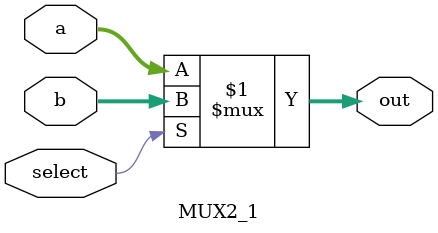
<source format=v>
module MUX2_1 (
    input wire [31:0] a,
    input wire [31:0] b,
    input wire select,
    output wire [31:0] out
);
    assign out = (select) ? b : a;

endmodule 
</source>
